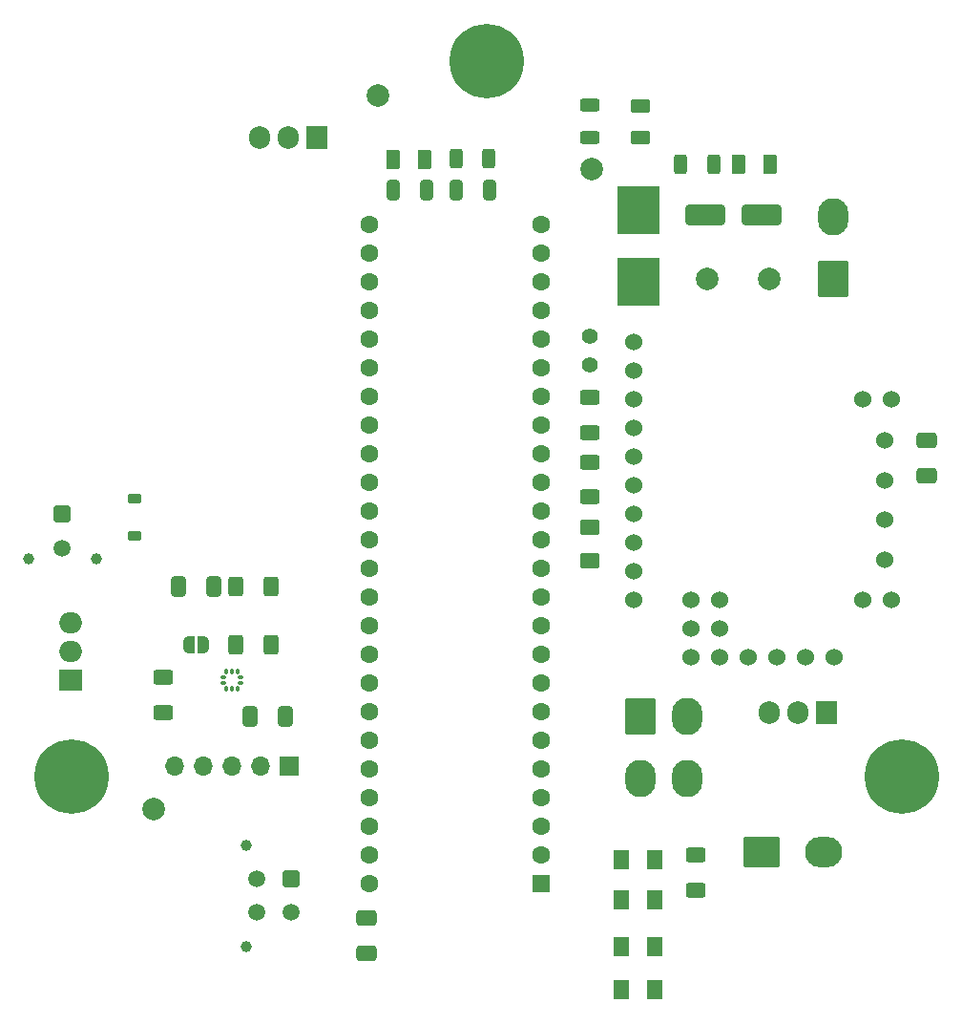
<source format=gbr>
%TF.GenerationSoftware,KiCad,Pcbnew,7.0.6*%
%TF.CreationDate,2024-03-14T18:06:26+11:00*%
%TF.ProjectId,Rocketry_Payload_Main_DDR_Spec_V2,526f636b-6574-4727-995f-5061796c6f61,rev?*%
%TF.SameCoordinates,Original*%
%TF.FileFunction,Soldermask,Top*%
%TF.FilePolarity,Negative*%
%FSLAX46Y46*%
G04 Gerber Fmt 4.6, Leading zero omitted, Abs format (unit mm)*
G04 Created by KiCad (PCBNEW 7.0.6) date 2024-03-14 18:06:26*
%MOMM*%
%LPD*%
G01*
G04 APERTURE LIST*
G04 Aperture macros list*
%AMRoundRect*
0 Rectangle with rounded corners*
0 $1 Rounding radius*
0 $2 $3 $4 $5 $6 $7 $8 $9 X,Y pos of 4 corners*
0 Add a 4 corners polygon primitive as box body*
4,1,4,$2,$3,$4,$5,$6,$7,$8,$9,$2,$3,0*
0 Add four circle primitives for the rounded corners*
1,1,$1+$1,$2,$3*
1,1,$1+$1,$4,$5*
1,1,$1+$1,$6,$7*
1,1,$1+$1,$8,$9*
0 Add four rect primitives between the rounded corners*
20,1,$1+$1,$2,$3,$4,$5,0*
20,1,$1+$1,$4,$5,$6,$7,0*
20,1,$1+$1,$6,$7,$8,$9,0*
20,1,$1+$1,$8,$9,$2,$3,0*%
%AMFreePoly0*
4,1,19,0.500000,-0.750000,0.000000,-0.750000,0.000000,-0.744911,-0.071157,-0.744911,-0.207708,-0.704816,-0.327430,-0.627875,-0.420627,-0.520320,-0.479746,-0.390866,-0.500000,-0.250000,-0.500000,0.250000,-0.479746,0.390866,-0.420627,0.520320,-0.327430,0.627875,-0.207708,0.704816,-0.071157,0.744911,0.000000,0.744911,0.000000,0.750000,0.500000,0.750000,0.500000,-0.750000,0.500000,-0.750000,
$1*%
%AMFreePoly1*
4,1,19,0.000000,0.744911,0.071157,0.744911,0.207708,0.704816,0.327430,0.627875,0.420627,0.520320,0.479746,0.390866,0.500000,0.250000,0.500000,-0.250000,0.479746,-0.390866,0.420627,-0.520320,0.327430,-0.627875,0.207708,-0.704816,0.071157,-0.744911,0.000000,-0.744911,0.000000,-0.750000,-0.500000,-0.750000,-0.500000,0.750000,0.000000,0.750000,0.000000,0.744911,0.000000,0.744911,
$1*%
G04 Aperture macros list end*
%ADD10RoundRect,0.225000X0.375000X-0.225000X0.375000X0.225000X-0.375000X0.225000X-0.375000X-0.225000X0*%
%ADD11R,1.600000X1.600000*%
%ADD12C,1.600000*%
%ADD13RoundRect,0.250001X0.462499X0.624999X-0.462499X0.624999X-0.462499X-0.624999X0.462499X-0.624999X0*%
%ADD14C,2.000000*%
%ADD15C,6.600000*%
%ADD16RoundRect,0.250000X-0.325000X-0.650000X0.325000X-0.650000X0.325000X0.650000X-0.325000X0.650000X0*%
%ADD17C,1.000000*%
%ADD18RoundRect,0.250001X-0.499999X-0.499999X0.499999X-0.499999X0.499999X0.499999X-0.499999X0.499999X0*%
%ADD19C,1.500000*%
%ADD20RoundRect,0.250000X0.312500X0.625000X-0.312500X0.625000X-0.312500X-0.625000X0.312500X-0.625000X0*%
%ADD21RoundRect,0.250000X-0.412500X-0.650000X0.412500X-0.650000X0.412500X0.650000X-0.412500X0.650000X0*%
%ADD22FreePoly0,180.000000*%
%ADD23FreePoly1,180.000000*%
%ADD24C,1.400000*%
%ADD25RoundRect,0.250001X-1.099999X-1.399999X1.099999X-1.399999X1.099999X1.399999X-1.099999X1.399999X0*%
%ADD26O,2.700000X3.300000*%
%ADD27R,1.905000X2.000000*%
%ADD28O,1.905000X2.000000*%
%ADD29RoundRect,0.250000X-0.400000X-0.625000X0.400000X-0.625000X0.400000X0.625000X-0.400000X0.625000X0*%
%ADD30RoundRect,0.250000X-0.312500X-0.625000X0.312500X-0.625000X0.312500X0.625000X-0.312500X0.625000X0*%
%ADD31RoundRect,0.250001X-0.499999X0.499999X-0.499999X-0.499999X0.499999X-0.499999X0.499999X0.499999X0*%
%ADD32RoundRect,0.250000X-0.625000X0.400000X-0.625000X-0.400000X0.625000X-0.400000X0.625000X0.400000X0*%
%ADD33RoundRect,0.250000X0.375000X0.625000X-0.375000X0.625000X-0.375000X-0.625000X0.375000X-0.625000X0*%
%ADD34RoundRect,0.250000X-0.625000X0.312500X-0.625000X-0.312500X0.625000X-0.312500X0.625000X0.312500X0*%
%ADD35RoundRect,0.250000X-0.650000X0.412500X-0.650000X-0.412500X0.650000X-0.412500X0.650000X0.412500X0*%
%ADD36RoundRect,0.250001X1.099999X1.399999X-1.099999X1.399999X-1.099999X-1.399999X1.099999X-1.399999X0*%
%ADD37RoundRect,0.250000X0.625000X-0.400000X0.625000X0.400000X-0.625000X0.400000X-0.625000X-0.400000X0*%
%ADD38RoundRect,0.250001X0.624999X-0.462499X0.624999X0.462499X-0.624999X0.462499X-0.624999X-0.462499X0*%
%ADD39RoundRect,0.250000X0.325000X0.650000X-0.325000X0.650000X-0.325000X-0.650000X0.325000X-0.650000X0*%
%ADD40RoundRect,0.087500X0.125000X0.087500X-0.125000X0.087500X-0.125000X-0.087500X0.125000X-0.087500X0*%
%ADD41RoundRect,0.087500X0.087500X0.125000X-0.087500X0.125000X-0.087500X-0.125000X0.087500X-0.125000X0*%
%ADD42RoundRect,0.250001X1.399999X-1.099999X1.399999X1.099999X-1.399999X1.099999X-1.399999X-1.099999X0*%
%ADD43O,3.300000X2.700000*%
%ADD44RoundRect,0.250000X-1.500000X-0.650000X1.500000X-0.650000X1.500000X0.650000X-1.500000X0.650000X0*%
%ADD45R,1.700000X1.700000*%
%ADD46O,1.700000X1.700000*%
%ADD47RoundRect,0.250000X-0.625000X0.375000X-0.625000X-0.375000X0.625000X-0.375000X0.625000X0.375000X0*%
%ADD48C,1.524000*%
%ADD49RoundRect,0.250000X-0.375000X-0.625000X0.375000X-0.625000X0.375000X0.625000X-0.375000X0.625000X0*%
%ADD50R,3.810000X4.240000*%
%ADD51R,2.000000X1.905000*%
%ADD52O,2.000000X1.905000*%
G04 APERTURE END LIST*
D10*
%TO.C,D5*%
X117094000Y-92582000D03*
X117094000Y-89282000D03*
%TD*%
D11*
%TO.C,U2*%
X153162000Y-123444000D03*
D12*
X153162000Y-120904000D03*
X153162000Y-118364000D03*
X153162000Y-115824000D03*
X153162000Y-113284000D03*
X153162000Y-110744000D03*
X153162000Y-108204000D03*
X153162000Y-105664000D03*
X153162000Y-103124000D03*
X153162000Y-100584000D03*
X153162000Y-98044000D03*
X153162000Y-95504000D03*
X153162000Y-92964000D03*
X153162000Y-90424000D03*
X153162000Y-87884000D03*
X153162000Y-85344000D03*
X153162000Y-82804000D03*
X153162000Y-80264000D03*
X153162000Y-77724000D03*
X153162000Y-75184000D03*
X153162000Y-72644000D03*
X153162000Y-70104000D03*
X153162000Y-67564000D03*
X153162000Y-65024000D03*
X137922000Y-65024000D03*
X137922000Y-67564000D03*
X137922000Y-70104000D03*
X137922000Y-72644000D03*
X137922000Y-75184000D03*
X137922000Y-77724000D03*
X137922000Y-80264000D03*
X137922000Y-82804000D03*
X137922000Y-85344000D03*
X137922000Y-87884000D03*
X137922000Y-90424000D03*
X137922000Y-92964000D03*
X137922000Y-95504000D03*
X137922000Y-98044000D03*
X137922000Y-100584000D03*
X137922000Y-103124000D03*
X137922000Y-105664000D03*
X137922000Y-108204000D03*
X137922000Y-110744000D03*
X137922000Y-113284000D03*
X137922000Y-115824000D03*
X137922000Y-118364000D03*
X137922000Y-120904000D03*
X137922000Y-123444000D03*
%TD*%
D13*
%TO.C,D1*%
X163195000Y-132842000D03*
X160220000Y-132842000D03*
%TD*%
D14*
%TO.C,TP4*%
X167894000Y-69850000D03*
%TD*%
%TO.C,TP3*%
X173355000Y-69850000D03*
%TD*%
D15*
%TO.C,REF\u002A\u002A*%
X111461000Y-113916000D03*
%TD*%
D16*
%TO.C,C5*%
X140003000Y-61976000D03*
X142953000Y-61976000D03*
%TD*%
D14*
%TO.C,TP6*%
X138684000Y-53594000D03*
%TD*%
D17*
%TO.C,J1*%
X107665000Y-94615000D03*
X113665000Y-94615000D03*
D18*
X110665000Y-90675000D03*
D19*
X110665000Y-93675000D03*
%TD*%
D20*
%TO.C,R6*%
X168467500Y-59690000D03*
X165542500Y-59690000D03*
%TD*%
D13*
%TO.C,D2*%
X163195000Y-129032000D03*
X160220000Y-129032000D03*
%TD*%
D21*
%TO.C,C2*%
X120992500Y-97104500D03*
X124117500Y-97104500D03*
%TD*%
D22*
%TO.C,SJ1*%
X123190000Y-102235000D03*
D23*
X121890000Y-102235000D03*
%TD*%
D24*
%TO.C,SJ2*%
X157480000Y-77450000D03*
X157480000Y-74910000D03*
%TD*%
D25*
%TO.C,J2*%
X161925000Y-108585000D03*
D26*
X166125000Y-108585000D03*
X161925000Y-114085000D03*
X166125000Y-114085000D03*
%TD*%
D27*
%TO.C,U7*%
X133273800Y-57271800D03*
D28*
X130733800Y-57271800D03*
X128193800Y-57271800D03*
%TD*%
D21*
%TO.C,C1*%
X127342500Y-108585000D03*
X130467500Y-108585000D03*
%TD*%
D29*
%TO.C,R2*%
X126085000Y-102235000D03*
X129185000Y-102235000D03*
%TD*%
D30*
%TO.C,R8*%
X148503100Y-59182000D03*
X145578100Y-59182000D03*
%TD*%
D17*
%TO.C,U4*%
X127000000Y-120015000D03*
X127000000Y-129015000D03*
D31*
X130940000Y-123015000D03*
D19*
X130940000Y-126015000D03*
X127940000Y-123015000D03*
X127940000Y-126015000D03*
%TD*%
D32*
%TO.C,R5*%
X157480000Y-86080000D03*
X157480000Y-89180000D03*
%TD*%
D33*
%TO.C,D10*%
X142827200Y-59283600D03*
X140027200Y-59283600D03*
%TD*%
D34*
%TO.C,R7*%
X157480000Y-54417500D03*
X157480000Y-57342500D03*
%TD*%
D35*
%TO.C,C3*%
X137668000Y-129617000D03*
X137668000Y-126492000D03*
%TD*%
D29*
%TO.C,R3*%
X126085000Y-97104500D03*
X129185000Y-97104500D03*
%TD*%
D15*
%TO.C,REF\u002A\u002A*%
X148336000Y-50536497D03*
%TD*%
D32*
%TO.C,R4*%
X157480000Y-80365000D03*
X157480000Y-83465000D03*
%TD*%
D36*
%TO.C,COMMISIONING_PWR1*%
X179070000Y-69850000D03*
D26*
X179070000Y-64350000D03*
%TD*%
D27*
%TO.C,U8*%
X178435000Y-108275000D03*
D28*
X175895000Y-108275000D03*
X173355000Y-108275000D03*
%TD*%
D37*
%TO.C,R9*%
X119634000Y-108256000D03*
X119634000Y-105156000D03*
%TD*%
D38*
%TO.C,D6*%
X157480000Y-94832500D03*
X157480000Y-91857500D03*
%TD*%
D39*
%TO.C,C4*%
X148541000Y-61976000D03*
X145591000Y-61976000D03*
%TD*%
D13*
%TO.C,D3*%
X163195000Y-124880000D03*
X160220000Y-124880000D03*
%TD*%
D40*
%TO.C,IC1*%
X126492500Y-105660000D03*
X126492500Y-105160000D03*
D41*
X126230000Y-104647500D03*
X125730000Y-104647500D03*
X125230000Y-104647500D03*
D40*
X124967500Y-105160000D03*
X124967500Y-105660000D03*
D41*
X125230000Y-106172500D03*
X125730000Y-106172500D03*
X126230000Y-106172500D03*
%TD*%
D42*
%TO.C,J3*%
X172720000Y-120650000D03*
D43*
X178220000Y-120650000D03*
%TD*%
D44*
%TO.C,D8*%
X167680000Y-64135000D03*
X172680000Y-64135000D03*
%TD*%
D32*
%TO.C,R1*%
X166878000Y-120904000D03*
X166878000Y-124004000D03*
%TD*%
D14*
%TO.C,TP5*%
X157632400Y-60096400D03*
%TD*%
D13*
%TO.C,D4*%
X163195000Y-121285000D03*
X160220000Y-121285000D03*
%TD*%
D35*
%TO.C,C6*%
X187325000Y-84187900D03*
X187325000Y-87312900D03*
%TD*%
D45*
%TO.C,U6*%
X130810000Y-113030000D03*
D46*
X128270000Y-113030000D03*
X125730000Y-113030000D03*
X123190000Y-113030000D03*
X120650000Y-113030000D03*
%TD*%
D15*
%TO.C,REF\u002A\u002A*%
X185121000Y-113916000D03*
%TD*%
D14*
%TO.C,TP2*%
X118745000Y-116840000D03*
%TD*%
D47*
%TO.C,D9*%
X161925000Y-54480000D03*
X161925000Y-57280000D03*
%TD*%
D48*
%TO.C,U5*%
X161370000Y-75465000D03*
X161390000Y-78005000D03*
X161390000Y-80545000D03*
X161390000Y-83085000D03*
X161390000Y-85625000D03*
X161390000Y-88165000D03*
X161390000Y-90705000D03*
X161390000Y-93245000D03*
X161390000Y-95785000D03*
X161390000Y-98325000D03*
X166470000Y-103405000D03*
X169010000Y-103405000D03*
X171550000Y-103405000D03*
X174090000Y-103405000D03*
X176630000Y-103405000D03*
X179170000Y-103405000D03*
X166470000Y-100865000D03*
X169010000Y-100865000D03*
X166470000Y-98325000D03*
X169010000Y-98325000D03*
X184250000Y-98325000D03*
X181710000Y-98325000D03*
X184250000Y-80545000D03*
X181710000Y-80545000D03*
X183615000Y-84177200D03*
X183615000Y-87682400D03*
X183615000Y-91213000D03*
X183615000Y-94692800D03*
%TD*%
D49*
%TO.C,D7*%
X170685000Y-59690000D03*
X173485000Y-59690000D03*
%TD*%
D50*
%TO.C,F1*%
X161772600Y-70098600D03*
X161772600Y-63728600D03*
%TD*%
D51*
%TO.C,U1*%
X111435000Y-105410000D03*
D52*
X111435000Y-102870000D03*
X111435000Y-100330000D03*
%TD*%
M02*

</source>
